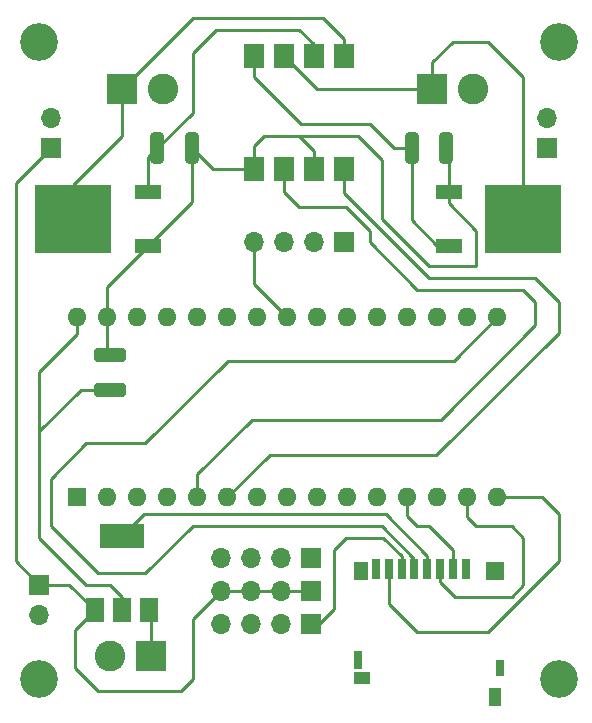
<source format=gbr>
%TF.GenerationSoftware,KiCad,Pcbnew,(6.0.1)*%
%TF.CreationDate,2022-02-20T19:29:58+01:00*%
%TF.ProjectId,NANOFC,4e414e4f-4643-42e6-9b69-6361645f7063,rev?*%
%TF.SameCoordinates,Original*%
%TF.FileFunction,Copper,L2,Bot*%
%TF.FilePolarity,Positive*%
%FSLAX46Y46*%
G04 Gerber Fmt 4.6, Leading zero omitted, Abs format (unit mm)*
G04 Created by KiCad (PCBNEW (6.0.1)) date 2022-02-20 19:29:58*
%MOMM*%
%LPD*%
G01*
G04 APERTURE LIST*
G04 Aperture macros list*
%AMRoundRect*
0 Rectangle with rounded corners*
0 $1 Rounding radius*
0 $2 $3 $4 $5 $6 $7 $8 $9 X,Y pos of 4 corners*
0 Add a 4 corners polygon primitive as box body*
4,1,4,$2,$3,$4,$5,$6,$7,$8,$9,$2,$3,0*
0 Add four circle primitives for the rounded corners*
1,1,$1+$1,$2,$3*
1,1,$1+$1,$4,$5*
1,1,$1+$1,$6,$7*
1,1,$1+$1,$8,$9*
0 Add four rect primitives between the rounded corners*
20,1,$1+$1,$2,$3,$4,$5,0*
20,1,$1+$1,$4,$5,$6,$7,0*
20,1,$1+$1,$6,$7,$8,$9,0*
20,1,$1+$1,$8,$9,$2,$3,0*%
G04 Aperture macros list end*
%TA.AperFunction,ComponentPad*%
%ADD10R,2.600000X2.600000*%
%TD*%
%TA.AperFunction,ComponentPad*%
%ADD11C,2.600000*%
%TD*%
%TA.AperFunction,ComponentPad*%
%ADD12R,1.700000X1.700000*%
%TD*%
%TA.AperFunction,ComponentPad*%
%ADD13O,1.700000X1.700000*%
%TD*%
%TA.AperFunction,ComponentPad*%
%ADD14R,1.600000X1.600000*%
%TD*%
%TA.AperFunction,ComponentPad*%
%ADD15O,1.600000X1.600000*%
%TD*%
%TA.AperFunction,SMDPad,CuDef*%
%ADD16R,0.700000X1.750000*%
%TD*%
%TA.AperFunction,SMDPad,CuDef*%
%ADD17R,1.450000X1.000000*%
%TD*%
%TA.AperFunction,SMDPad,CuDef*%
%ADD18R,1.000000X1.550000*%
%TD*%
%TA.AperFunction,SMDPad,CuDef*%
%ADD19R,1.500000X1.500000*%
%TD*%
%TA.AperFunction,SMDPad,CuDef*%
%ADD20R,0.800000X1.500000*%
%TD*%
%TA.AperFunction,SMDPad,CuDef*%
%ADD21R,0.800000X1.400000*%
%TD*%
%TA.AperFunction,SMDPad,CuDef*%
%ADD22R,1.300000X1.500000*%
%TD*%
%TA.AperFunction,SMDPad,CuDef*%
%ADD23R,2.200000X1.200000*%
%TD*%
%TA.AperFunction,SMDPad,CuDef*%
%ADD24R,6.400000X5.800000*%
%TD*%
%TA.AperFunction,SMDPad,CuDef*%
%ADD25RoundRect,0.250000X0.312500X1.075000X-0.312500X1.075000X-0.312500X-1.075000X0.312500X-1.075000X0*%
%TD*%
%TA.AperFunction,SMDPad,CuDef*%
%ADD26RoundRect,0.250000X1.100000X-0.325000X1.100000X0.325000X-1.100000X0.325000X-1.100000X-0.325000X0*%
%TD*%
%TA.AperFunction,SMDPad,CuDef*%
%ADD27R,1.500000X2.000000*%
%TD*%
%TA.AperFunction,SMDPad,CuDef*%
%ADD28R,3.800000X2.000000*%
%TD*%
%TA.AperFunction,SMDPad,CuDef*%
%ADD29R,1.780000X2.000000*%
%TD*%
%TA.AperFunction,ViaPad*%
%ADD30C,3.200000*%
%TD*%
%TA.AperFunction,Conductor*%
%ADD31C,0.250000*%
%TD*%
G04 APERTURE END LIST*
D10*
%TO.P,Pyro 2,1,Pin_1*%
%TO.N,Net-(J4-Pad1)*%
X160000000Y-67000000D03*
D11*
%TO.P,Pyro 2,2,Pin_2*%
%TO.N,Net-(J10-Pad2)*%
X163500000Y-67000000D03*
%TD*%
D12*
%TO.P,Master Arm,1,Pin_1*%
%TO.N,+BATT*%
X153000000Y-109000000D03*
D13*
%TO.P,Master Arm,2,Pin_2*%
%TO.N,Net-(J1-Pad2)*%
X153000000Y-111540000D03*
%TD*%
D12*
%TO.P,J3,1,Pin_1*%
%TO.N,3.3v*%
X178800000Y-80000000D03*
D13*
%TO.P,J3,2,Pin_2*%
%TO.N,GND*%
X176260000Y-80000000D03*
%TO.P,J3,3,Pin_3*%
%TO.N,SCL*%
X173720000Y-80000000D03*
%TO.P,J3,4,Pin_4*%
%TO.N,SDA*%
X171180000Y-80000000D03*
%TD*%
D12*
%TO.P,GND,1,Pin_1*%
%TO.N,GND*%
X176000000Y-112300000D03*
D13*
%TO.P,GND,2,Pin_2*%
X173460000Y-112300000D03*
%TO.P,GND,3,Pin_3*%
X170920000Y-112300000D03*
%TO.P,GND,4,Pin_4*%
X168380000Y-112300000D03*
%TD*%
D14*
%TO.P,A1,1,D1/TX*%
%TO.N,unconnected-(A1-Pad1)*%
X156210000Y-101590000D03*
D15*
%TO.P,A1,2,D0/RX*%
%TO.N,unconnected-(A1-Pad2)*%
X158750000Y-101590000D03*
%TO.P,A1,3,~{RESET}*%
%TO.N,unconnected-(A1-Pad3)*%
X161290000Y-101590000D03*
%TO.P,A1,4,GND*%
%TO.N,GND*%
X163830000Y-101590000D03*
%TO.P,A1,5,D2*%
%TO.N,Pyro_1*%
X166370000Y-101590000D03*
%TO.P,A1,6,D3*%
%TO.N,Pyro_2*%
X168910000Y-101590000D03*
%TO.P,A1,7,D4*%
%TO.N,Buzzer*%
X171450000Y-101590000D03*
%TO.P,A1,8,D5*%
%TO.N,Servo_1*%
X173990000Y-101590000D03*
%TO.P,A1,9,D6*%
%TO.N,Servo_2*%
X176530000Y-101590000D03*
%TO.P,A1,10,D7*%
%TO.N,Servo_3*%
X179070000Y-101590000D03*
%TO.P,A1,11,D8*%
%TO.N,Servo_4*%
X181610000Y-101590000D03*
%TO.P,A1,12,D9*%
%TO.N,CS*%
X184150000Y-101590000D03*
%TO.P,A1,13,D10*%
%TO.N,unconnected-(A1-Pad13)*%
X186690000Y-101590000D03*
%TO.P,A1,14,D11*%
%TO.N,MOSI*%
X189230000Y-101590000D03*
%TO.P,A1,15,D12*%
%TO.N,MISO*%
X191770000Y-101590000D03*
%TO.P,A1,16,D13*%
%TO.N,SCK*%
X191770000Y-86350000D03*
%TO.P,A1,17,3V3*%
%TO.N,unconnected-(A1-Pad17)*%
X189230000Y-86350000D03*
%TO.P,A1,18,AREF*%
%TO.N,unconnected-(A1-Pad18)*%
X186690000Y-86350000D03*
%TO.P,A1,19,A0*%
%TO.N,unconnected-(A1-Pad19)*%
X184150000Y-86350000D03*
%TO.P,A1,20,A1*%
%TO.N,unconnected-(A1-Pad20)*%
X181610000Y-86350000D03*
%TO.P,A1,21,A2*%
%TO.N,unconnected-(A1-Pad21)*%
X179070000Y-86350000D03*
%TO.P,A1,22,A3*%
%TO.N,unconnected-(A1-Pad22)*%
X176530000Y-86350000D03*
%TO.P,A1,23,A4*%
%TO.N,SDA*%
X173990000Y-86350000D03*
%TO.P,A1,24,A5*%
%TO.N,SCL*%
X171450000Y-86350000D03*
%TO.P,A1,25,A6*%
%TO.N,unconnected-(A1-Pad25)*%
X168910000Y-86350000D03*
%TO.P,A1,26,A7*%
%TO.N,unconnected-(A1-Pad26)*%
X166370000Y-86350000D03*
%TO.P,A1,27,+5V*%
%TO.N,unconnected-(A1-Pad27)*%
X163830000Y-86350000D03*
%TO.P,A1,28,~{RESET}*%
%TO.N,unconnected-(A1-Pad28)*%
X161290000Y-86350000D03*
%TO.P,A1,29,GND*%
%TO.N,GND*%
X158750000Y-86350000D03*
%TO.P,A1,30,VIN*%
%TO.N,3.3v*%
X156210000Y-86350000D03*
%TD*%
D12*
%TO.P,P1 Arm,1,Pin_1*%
%TO.N,+BATT*%
X196000000Y-72000000D03*
D13*
%TO.P,P1 Arm,2,Pin_2*%
%TO.N,Net-(J2-Pad2)*%
X196000000Y-69460000D03*
%TD*%
D12*
%TO.P,V+,1,Pin_1*%
%TO.N,+BATT*%
X176000000Y-109500000D03*
D13*
%TO.P,V+,2,Pin_2*%
X173460000Y-109500000D03*
%TO.P,V+,3,Pin_3*%
X170920000Y-109500000D03*
%TO.P,V+,4,Pin_4*%
X168380000Y-109500000D03*
%TD*%
D10*
%TO.P,Pyro 1,1,Pin_1*%
%TO.N,Net-(J2-Pad1)*%
X186250000Y-67000000D03*
D11*
%TO.P,Pyro 1,2,Pin_2*%
%TO.N,Net-(J2-Pad2)*%
X189750000Y-67000000D03*
%TD*%
D10*
%TO.P,Power in,1,Pin_1*%
%TO.N,GND*%
X162500000Y-115000000D03*
D11*
%TO.P,Power in,2,Pin_2*%
%TO.N,Net-(J1-Pad2)*%
X159000000Y-115000000D03*
%TD*%
D12*
%TO.P,P2 Arm,1,Pin_1*%
%TO.N,+BATT*%
X154000000Y-72000000D03*
D13*
%TO.P,P2 Arm,2,Pin_2*%
%TO.N,Net-(J10-Pad2)*%
X154000000Y-69460000D03*
%TD*%
D12*
%TO.P,SIG,1,Pin_1*%
%TO.N,Servo_4*%
X176000000Y-106700000D03*
D13*
%TO.P,SIG,2,Pin_2*%
%TO.N,Servo_3*%
X173460000Y-106700000D03*
%TO.P,SIG,3,Pin_3*%
%TO.N,Servo_2*%
X170920000Y-106700000D03*
%TO.P,SIG,4,Pin_4*%
%TO.N,Servo_1*%
X168380000Y-106700000D03*
%TD*%
D16*
%TO.P,J11,1,DAT2*%
%TO.N,unconnected-(J11-Pad1)*%
X189175000Y-107650000D03*
%TO.P,J11,2,DAT3/CD*%
%TO.N,CS*%
X188075000Y-107650000D03*
%TO.P,J11,3,CMD*%
%TO.N,MOSI*%
X186975000Y-107650000D03*
%TO.P,J11,4,VDD*%
%TO.N,3.3v*%
X185875000Y-107650000D03*
%TO.P,J11,5,CLK*%
%TO.N,SCK*%
X184775000Y-107650000D03*
%TO.P,J11,6,VSS*%
%TO.N,GND*%
X183675000Y-107650000D03*
%TO.P,J11,7,DAT0*%
%TO.N,MISO*%
X182575000Y-107650000D03*
%TO.P,J11,8,DAT1*%
%TO.N,unconnected-(J11-Pad8)*%
X181475000Y-107650000D03*
D17*
%TO.P,J11,9,SHIELD*%
%TO.N,unconnected-(J11-Pad9)*%
X180350000Y-116875000D03*
D18*
%TO.P,J11,10*%
%TO.N,N/C*%
X191575000Y-118450000D03*
D19*
%TO.P,J11,11*%
X191625000Y-107775000D03*
D20*
X180025000Y-115375000D03*
D21*
X191975000Y-116025000D03*
D22*
X180275000Y-107775000D03*
%TD*%
D23*
%TO.P,Q1,1*%
%TO.N,Net-(Q1-Pad1)*%
X187700000Y-80280000D03*
D24*
%TO.P,Q1,2*%
%TO.N,Net-(J2-Pad1)*%
X194000000Y-78000000D03*
D23*
%TO.P,Q1,3*%
%TO.N,GND*%
X187700000Y-75720000D03*
%TD*%
D25*
%TO.P,R1,1*%
%TO.N,GND*%
X187462500Y-72000000D03*
%TO.P,R1,2*%
%TO.N,Net-(Q1-Pad1)*%
X184537500Y-72000000D03*
%TD*%
D26*
%TO.P,C1,1*%
%TO.N,3.3v*%
X159000000Y-92475000D03*
%TO.P,C1,2*%
%TO.N,GND*%
X159000000Y-89525000D03*
%TD*%
D23*
%TO.P,Q2,1*%
%TO.N,Net-(Q2-Pad1)*%
X162200000Y-75720000D03*
D24*
%TO.P,Q2,2*%
%TO.N,Net-(J4-Pad1)*%
X155900000Y-78000000D03*
D23*
%TO.P,Q2,3*%
%TO.N,GND*%
X162200000Y-80280000D03*
%TD*%
D27*
%TO.P,U1,1,GND*%
%TO.N,GND*%
X162300000Y-111150000D03*
D28*
%TO.P,U1,2,VO*%
%TO.N,3.3v*%
X160000000Y-104850000D03*
D27*
X160000000Y-111150000D03*
%TO.P,U1,3,VI*%
%TO.N,+BATT*%
X157700000Y-111150000D03*
%TD*%
D29*
%TO.P,U2,1*%
%TO.N,Pyro_2*%
X178810000Y-73765000D03*
%TO.P,U2,2*%
%TO.N,GND*%
X176270000Y-73765000D03*
%TO.P,U2,3*%
%TO.N,Pyro_1*%
X173730000Y-73765000D03*
%TO.P,U2,4*%
%TO.N,GND*%
X171190000Y-73765000D03*
%TO.P,U2,5*%
%TO.N,Net-(Q1-Pad1)*%
X171190000Y-64235000D03*
%TO.P,U2,6*%
%TO.N,Net-(J2-Pad1)*%
X173730000Y-64235000D03*
%TO.P,U2,7*%
%TO.N,Net-(Q2-Pad1)*%
X176270000Y-64235000D03*
%TO.P,U2,8*%
%TO.N,Net-(J4-Pad1)*%
X178810000Y-64235000D03*
%TD*%
D25*
%TO.P,R2,1*%
%TO.N,GND*%
X165925000Y-72000000D03*
%TO.P,R2,2*%
%TO.N,Net-(Q2-Pad1)*%
X163000000Y-72000000D03*
%TD*%
D30*
%TO.N,*%
X153000000Y-117000000D03*
X197000000Y-117000000D03*
X153000000Y-63000000D03*
X197000000Y-63000000D03*
%TD*%
D31*
%TO.N,GND*%
X176270000Y-79990000D02*
X176260000Y-80000000D01*
X183675000Y-107650000D02*
X183675000Y-106525000D01*
X158750000Y-83730000D02*
X158750000Y-86350000D01*
X172000000Y-71000000D02*
X171190000Y-71810000D01*
X187700000Y-72237500D02*
X187462500Y-72000000D01*
X187700000Y-75720000D02*
X187700000Y-72237500D01*
X159000000Y-89525000D02*
X158750000Y-89275000D01*
X186000000Y-82000000D02*
X182000000Y-78000000D01*
X165925000Y-76555000D02*
X158750000Y-83730000D01*
X162500000Y-115000000D02*
X162500000Y-111350000D01*
X158750000Y-89275000D02*
X158750000Y-86350000D01*
X176270000Y-73765000D02*
X176270000Y-72270000D01*
X182000000Y-78000000D02*
X182000000Y-73000000D01*
X167690000Y-73765000D02*
X165925000Y-72000000D01*
X179000000Y-105000000D02*
X178000000Y-106000000D01*
X183675000Y-107650000D02*
X183675000Y-108325000D01*
X178000000Y-106000000D02*
X178000000Y-111000000D01*
X176700000Y-112300000D02*
X176000000Y-112300000D01*
X165925000Y-72000000D02*
X165925000Y-76555000D01*
X190000000Y-82000000D02*
X186000000Y-82000000D01*
X190000000Y-79000000D02*
X190000000Y-82000000D01*
X180000000Y-71000000D02*
X175000000Y-71000000D01*
X176270000Y-72270000D02*
X175000000Y-71000000D01*
X187700000Y-75720000D02*
X187700000Y-76700000D01*
X178000000Y-111000000D02*
X176700000Y-112300000D01*
X187700000Y-76700000D02*
X190000000Y-79000000D01*
X171190000Y-71810000D02*
X171190000Y-73765000D01*
X162500000Y-111350000D02*
X162300000Y-111150000D01*
X182000000Y-73000000D02*
X180000000Y-71000000D01*
X171190000Y-73765000D02*
X167690000Y-73765000D01*
X183675000Y-106525000D02*
X182150000Y-105000000D01*
X175000000Y-71000000D02*
X172000000Y-71000000D01*
X182150000Y-105000000D02*
X179000000Y-105000000D01*
%TO.N,Pyro_1*%
X171000000Y-95000000D02*
X166370000Y-99630000D01*
X187000000Y-95000000D02*
X171000000Y-95000000D01*
X166370000Y-99630000D02*
X166370000Y-101590000D01*
X173730000Y-73765000D02*
X173730000Y-75730000D01*
X194000000Y-84000000D02*
X195000000Y-85000000D01*
X181000000Y-79000000D02*
X181000000Y-80000000D01*
X181000000Y-80000000D02*
X185000000Y-84000000D01*
X179000000Y-77000000D02*
X181000000Y-79000000D01*
X185000000Y-84000000D02*
X194000000Y-84000000D01*
X175000000Y-77000000D02*
X179000000Y-77000000D01*
X173730000Y-75730000D02*
X175000000Y-77000000D01*
X195000000Y-85000000D02*
X195000000Y-87000000D01*
X195000000Y-87000000D02*
X187000000Y-95000000D01*
%TO.N,Pyro_2*%
X172500000Y-98000000D02*
X168910000Y-101590000D01*
X178810000Y-73765000D02*
X178810000Y-75810000D01*
X186635718Y-98000000D02*
X172500000Y-98000000D01*
X197000000Y-87635718D02*
X186635718Y-98000000D01*
X195000000Y-83000000D02*
X197000000Y-85000000D01*
X178810000Y-75810000D02*
X186000000Y-83000000D01*
X197000000Y-85000000D02*
X197000000Y-87635718D01*
X186000000Y-83000000D02*
X195000000Y-83000000D01*
%TO.N,CS*%
X186000000Y-104000000D02*
X185000000Y-104000000D01*
X188075000Y-106075000D02*
X186000000Y-104000000D01*
X184150000Y-103150000D02*
X184150000Y-101590000D01*
X185000000Y-104000000D02*
X184150000Y-103150000D01*
X188075000Y-107650000D02*
X188075000Y-106075000D01*
%TO.N,MOSI*%
X194000000Y-105000000D02*
X193000000Y-104000000D01*
X194000000Y-109000000D02*
X194000000Y-105000000D01*
X193000000Y-110000000D02*
X194000000Y-109000000D01*
X188200000Y-110000000D02*
X193000000Y-110000000D01*
X186975000Y-107650000D02*
X186975000Y-108775000D01*
X190000000Y-104000000D02*
X189230000Y-103230000D01*
X193000000Y-104000000D02*
X190000000Y-104000000D01*
X186975000Y-108775000D02*
X188200000Y-110000000D01*
X189230000Y-103230000D02*
X189230000Y-101590000D01*
%TO.N,MISO*%
X182575000Y-110575000D02*
X182575000Y-107650000D01*
X195590000Y-101590000D02*
X197000000Y-103000000D01*
X191770000Y-101590000D02*
X195590000Y-101590000D01*
X197000000Y-107000000D02*
X191000000Y-113000000D01*
X197000000Y-103000000D02*
X197000000Y-107000000D01*
X191000000Y-113000000D02*
X185000000Y-113000000D01*
X185000000Y-113000000D02*
X182575000Y-110575000D01*
%TO.N,SCK*%
X162000000Y-108000000D02*
X158000000Y-108000000D01*
X154000000Y-104000000D02*
X154000000Y-100000000D01*
X182000000Y-104000000D02*
X166000000Y-104000000D01*
X154000000Y-100000000D02*
X157000000Y-97000000D01*
X169000000Y-90000000D02*
X188120000Y-90000000D01*
X184775000Y-107650000D02*
X184775000Y-106775000D01*
X188120000Y-90000000D02*
X191770000Y-86350000D01*
X158000000Y-108000000D02*
X154000000Y-104000000D01*
X162000000Y-97000000D02*
X169000000Y-90000000D01*
X166000000Y-104000000D02*
X162000000Y-108000000D01*
X184775000Y-106775000D02*
X182000000Y-104000000D01*
X157000000Y-97000000D02*
X162000000Y-97000000D01*
%TO.N,SDA*%
X171180000Y-83540000D02*
X173990000Y-86350000D01*
X171180000Y-80000000D02*
X171180000Y-83540000D01*
%TO.N,3.3v*%
X153000000Y-105000000D02*
X157000000Y-109000000D01*
X159000000Y-109000000D02*
X160000000Y-110000000D01*
X182350000Y-103000000D02*
X161850000Y-103000000D01*
X153000000Y-96000000D02*
X153000000Y-91000000D01*
X160000000Y-110000000D02*
X160000000Y-111150000D01*
X157000000Y-109000000D02*
X159000000Y-109000000D01*
X185875000Y-106525000D02*
X182350000Y-103000000D01*
X185875000Y-107650000D02*
X185875000Y-106525000D01*
X153000000Y-103000000D02*
X153000000Y-105000000D01*
X153000000Y-91000000D02*
X156210000Y-87790000D01*
X153000000Y-103000000D02*
X153000000Y-96000000D01*
X161850000Y-103000000D02*
X160000000Y-104850000D01*
X156210000Y-87790000D02*
X156210000Y-86350000D01*
X153000000Y-96000000D02*
X156525000Y-92475000D01*
X156525000Y-92475000D02*
X159000000Y-92475000D01*
%TO.N,+BATT*%
X151000000Y-75000000D02*
X154000000Y-72000000D01*
X173460000Y-109500000D02*
X176000000Y-109500000D01*
X168380000Y-109500000D02*
X170920000Y-109500000D01*
X157700000Y-111150000D02*
X156000000Y-112850000D01*
X156000000Y-116000000D02*
X158000000Y-118000000D01*
X158000000Y-118000000D02*
X165000000Y-118000000D01*
X156000000Y-112850000D02*
X156000000Y-116000000D01*
X155550000Y-109000000D02*
X157700000Y-111150000D01*
X153000000Y-109000000D02*
X155550000Y-109000000D01*
X165000000Y-118000000D02*
X166000000Y-117000000D01*
X166000000Y-111880000D02*
X168380000Y-109500000D01*
X151000000Y-107000000D02*
X151000000Y-75000000D01*
X170920000Y-109500000D02*
X173460000Y-109500000D01*
X166000000Y-117000000D02*
X166000000Y-111880000D01*
X153000000Y-109000000D02*
X151000000Y-107000000D01*
%TO.N,Net-(J2-Pad1)*%
X194000000Y-66000000D02*
X191000000Y-63000000D01*
X196200000Y-76720000D02*
X196720000Y-76720000D01*
X191000000Y-63000000D02*
X188000000Y-63000000D01*
X176495000Y-67000000D02*
X186250000Y-67000000D01*
X194000000Y-79000000D02*
X194000000Y-66000000D01*
X188000000Y-63000000D02*
X186250000Y-64750000D01*
X186250000Y-64750000D02*
X186250000Y-67000000D01*
X173730000Y-64235000D02*
X176495000Y-67000000D01*
%TO.N,Net-(Q1-Pad1)*%
X186700000Y-80280000D02*
X184537500Y-78117500D01*
X184537500Y-78117500D02*
X184537500Y-72000000D01*
X171190000Y-64235000D02*
X171190000Y-66000000D01*
X183000000Y-72000000D02*
X184537500Y-72000000D01*
X181000000Y-70000000D02*
X183000000Y-72000000D01*
X175190000Y-70000000D02*
X181000000Y-70000000D01*
X187700000Y-80280000D02*
X186700000Y-80280000D01*
X171190000Y-66000000D02*
X175190000Y-70000000D01*
%TO.N,Net-(Q2-Pad1)*%
X168000000Y-62000000D02*
X166000000Y-64000000D01*
X166000000Y-64000000D02*
X166000000Y-69000000D01*
X163000000Y-72000000D02*
X163000000Y-71000000D01*
X176270000Y-63235000D02*
X175035000Y-62000000D01*
X162200000Y-75720000D02*
X162200000Y-72800000D01*
X166000000Y-69000000D02*
X163000000Y-72000000D01*
X162200000Y-72800000D02*
X163000000Y-72000000D01*
X175035000Y-62000000D02*
X168000000Y-62000000D01*
%TO.N,Net-(J4-Pad1)*%
X178810000Y-62810000D02*
X178810000Y-63235000D01*
X166000000Y-61000000D02*
X177000000Y-61000000D01*
X155900000Y-79000000D02*
X155900000Y-75100000D01*
X160000000Y-71000000D02*
X160000000Y-67000000D01*
X155900000Y-75100000D02*
X160000000Y-71000000D01*
X160100000Y-67100000D02*
X160000000Y-67000000D01*
X160000000Y-67000000D02*
X166000000Y-61000000D01*
X177000000Y-61000000D02*
X178810000Y-62810000D01*
%TD*%
M02*

</source>
